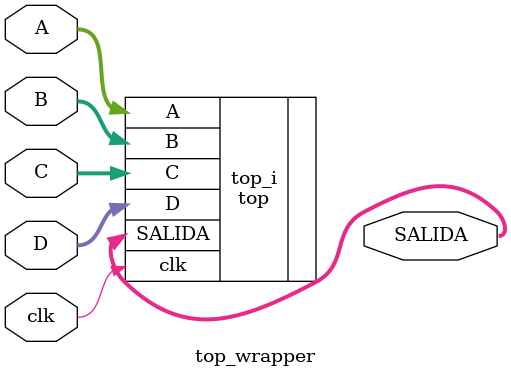
<source format=v>
`timescale 1 ps / 1 ps

module top_wrapper
   (A,
    B,
    C,
    D,
    SALIDA,
    clk);
  input [1:0]A;
  input [1:0]B;
  input [1:0]C;
  input [1:0]D;
  output [5:0]SALIDA;
  input clk;

  wire [1:0]A;
  wire [1:0]B;
  wire [1:0]C;
  wire [1:0]D;
  wire [5:0]SALIDA;
  wire clk;

  top top_i
       (.A(A),
        .B(B),
        .C(C),
        .D(D),
        .SALIDA(SALIDA),
        .clk(clk));
endmodule

</source>
